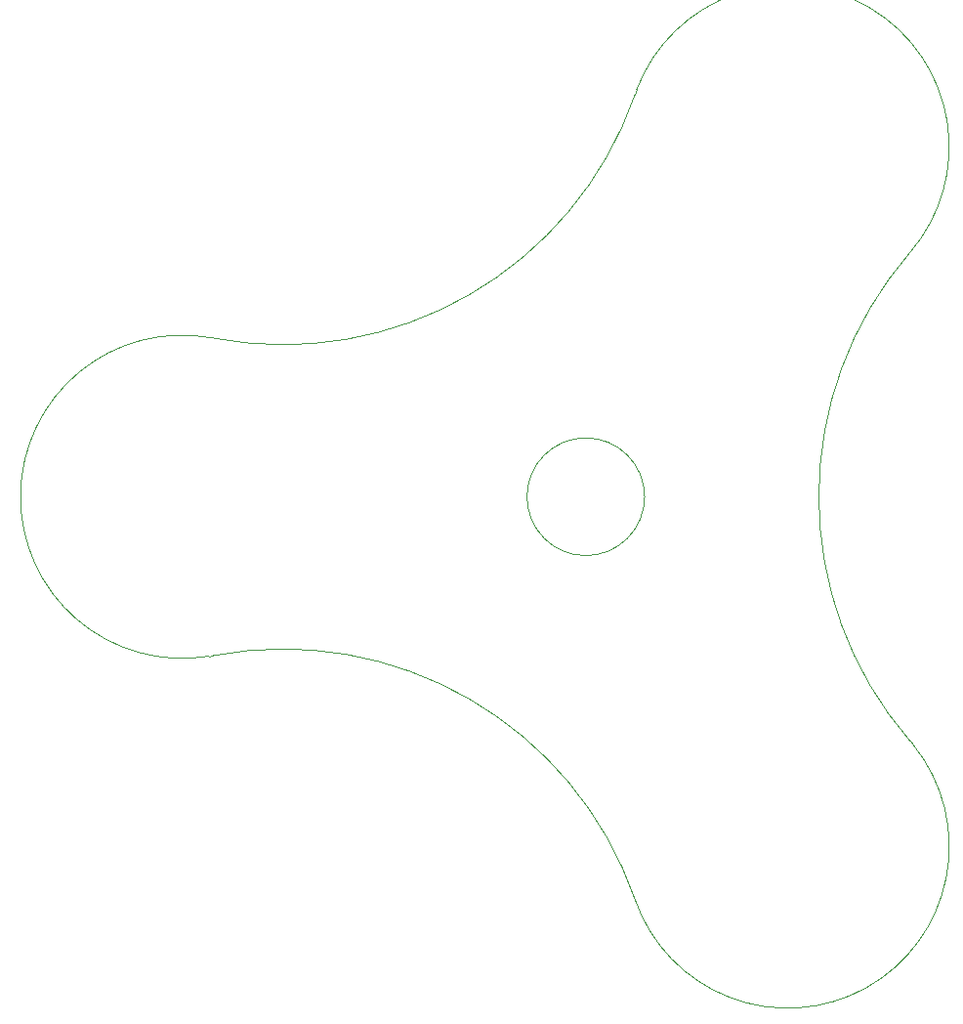
<source format=gbr>
%TF.GenerationSoftware,KiCad,Pcbnew,(5.1.9-0-10_14)*%
%TF.CreationDate,2021-08-30T14:03:39+08:00*%
%TF.ProjectId,FidgetSpinner,46696467-6574-4537-9069-6e6e65722e6b,rev?*%
%TF.SameCoordinates,Original*%
%TF.FileFunction,Profile,NP*%
%FSLAX46Y46*%
G04 Gerber Fmt 4.6, Leading zero omitted, Abs format (unit mm)*
G04 Created by KiCad (PCBNEW (5.1.9-0-10_14)) date 2021-08-30 14:03:39*
%MOMM*%
%LPD*%
G01*
G04 APERTURE LIST*
%TA.AperFunction,Profile*%
%ADD10C,0.050000*%
%TD*%
G04 APERTURE END LIST*
D10*
X67294607Y-113818559D02*
X67590185Y-113787208D01*
X104415751Y-64704409D02*
X104274153Y-65142433D01*
X128084660Y-121143836D02*
X128378498Y-121487258D01*
X67294607Y-113818559D02*
G75*
G02*
X67570000Y-86230000I-2294607J13818559D01*
G01*
X128378498Y-121487258D02*
G75*
G02*
X104260000Y-134880000I-10878498J-8822742D01*
G01*
X104415750Y-64704409D02*
G75*
G02*
X128090000Y-78850000I13084250J-4985591D01*
G01*
X105100000Y-100000000D02*
G75*
G03*
X105100000Y-100000000I-5100000J0D01*
G01*
X67590185Y-113787208D02*
G75*
G02*
X104260000Y-134880000I6159815J-31712792D01*
G01*
X104274153Y-65142433D02*
G75*
G02*
X67570000Y-86230000I-30524153J10642433D01*
G01*
X128084660Y-121143836D02*
G75*
G02*
X128090000Y-78850000I24415340J21143836D01*
G01*
M02*

</source>
